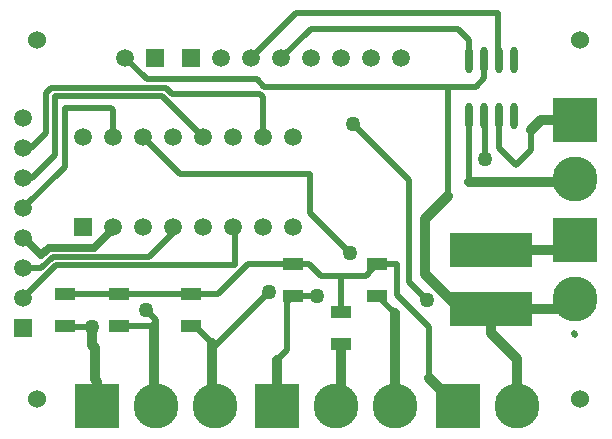
<source format=gtl>
%FSLAX23Y23*%
%MOIN*%
G70*
G01*
G75*
G04 Layer_Physical_Order=1*
G04 Layer_Color=255*
%ADD10O,0.024X0.087*%
%ADD11R,0.067X0.043*%
%ADD12R,0.276X0.118*%
%ADD13C,0.033*%
%ADD14C,0.020*%
%ADD15C,0.025*%
%ADD16R,0.150X0.150*%
%ADD17C,0.150*%
%ADD18R,0.150X0.150*%
%ADD19R,0.059X0.059*%
%ADD20C,0.059*%
%ADD21R,0.059X0.059*%
%ADD22C,0.059*%
%ADD23C,0.060*%
%ADD24R,0.059X0.059*%
%ADD25C,0.050*%
D10*
X3795Y2354D02*
D03*
X3745D02*
D03*
X3695D02*
D03*
X3645D02*
D03*
X3795Y2166D02*
D03*
X3745D02*
D03*
X3695D02*
D03*
X3645D02*
D03*
D11*
X2300Y1573D02*
D03*
Y1467D02*
D03*
X2480Y1573D02*
D03*
Y1467D02*
D03*
X2720Y1573D02*
D03*
Y1467D02*
D03*
X3220Y1513D02*
D03*
Y1407D02*
D03*
X3060Y1673D02*
D03*
Y1567D02*
D03*
X3340Y1673D02*
D03*
Y1567D02*
D03*
D12*
X3720Y1523D02*
D03*
Y1720D02*
D03*
D13*
X2397Y1289D02*
X2405Y1281D01*
Y1200D02*
Y1281D01*
X2387Y1402D02*
X2397Y1392D01*
Y1289D02*
Y1392D01*
X2387Y1402D02*
Y1463D01*
X2595Y1207D02*
Y1467D01*
Y1207D02*
X2602Y1200D01*
X2789Y1209D02*
Y1409D01*
Y1209D02*
X2798Y1200D01*
X3851Y2121D02*
X3885Y2155D01*
X4000D01*
X3645Y1948D02*
X3990D01*
X3220Y1222D02*
Y1407D01*
X3512Y1293D02*
X3605Y1200D01*
X3398D02*
Y1509D01*
X3005Y1200D02*
Y1352D01*
X3499Y1825D02*
X3574Y1900D01*
X3499Y1640D02*
Y1825D01*
Y1640D02*
X3616Y1523D01*
X3720D01*
Y1443D02*
Y1523D01*
Y1443D02*
X3805Y1358D01*
Y1200D02*
Y1358D01*
X3720Y1523D02*
X3966D01*
X4000Y1557D01*
X3720Y1720D02*
X3966D01*
X4000Y1754D01*
D14*
X2731Y1467D02*
X2789Y1409D01*
X2577Y1698D02*
X2668Y1788D01*
X3200Y1202D02*
X3220Y1222D01*
X3574Y1900D02*
Y2265D01*
X3667D01*
X2962D02*
X3574D01*
X3695Y2166D02*
X3699Y2162D01*
Y2023D02*
Y2162D01*
X3745Y2060D02*
Y2166D01*
Y2060D02*
X3801Y2004D01*
X3851Y2054D01*
Y2121D01*
X3990Y1948D02*
X4000Y1958D01*
X3645Y1948D02*
Y2166D01*
X2500Y2360D02*
X2571Y2289D01*
X2939D01*
X2962Y2265D01*
X3667D02*
X3695Y2293D01*
Y2354D01*
X2920Y2360D02*
X3070Y2510D01*
X3742D01*
Y2357D02*
Y2510D01*
Y2357D02*
X3745Y2354D01*
X3020Y2360D02*
X3117Y2457D01*
X3609D01*
X3645Y2421D01*
Y2354D02*
Y2421D01*
X3220Y1513D02*
Y1635D01*
X3302D01*
X3151D02*
X3220D01*
X3116Y1844D02*
X3249Y1711D01*
X2559Y2097D02*
X2682Y1974D01*
X3116D01*
Y1844D02*
Y1974D01*
X3302Y1635D02*
X3340Y1673D01*
X3113D02*
X3151Y1635D01*
X3060Y1673D02*
X3113D01*
X3060Y1567D02*
X3138D01*
X2910Y1673D02*
X3060D01*
X2810Y1573D02*
X2910Y1673D01*
X3405Y1569D02*
Y1673D01*
X3512Y1293D02*
Y1462D01*
X3405Y1569D02*
X3512Y1462D01*
X3340Y1673D02*
X3405D01*
X3340Y1567D02*
X3398Y1509D01*
X3200Y1202D02*
X3202Y1200D01*
X3060Y1567D02*
X3070Y1557D01*
X2720Y1573D02*
X2810D01*
X3040Y1547D02*
X3060Y1567D01*
X3040Y1387D02*
Y1547D01*
X2859Y1797D02*
X2864Y1792D01*
X2160Y1660D02*
X2218D01*
X2659Y1797D02*
X2668Y1788D01*
X2959Y2097D02*
Y2229D01*
X2948Y2240D02*
X2959Y2229D01*
X2623Y2233D02*
X2759Y2097D01*
X2635Y2261D02*
X2655Y2240D01*
X2948D01*
X2160Y2060D02*
X2186D01*
X2264Y2233D02*
X2623D01*
X2186Y2060D02*
X2236Y2111D01*
Y2245D01*
X2252Y2261D01*
X2635D01*
X2298Y1998D02*
Y2195D01*
X2452D01*
X2459Y2188D01*
Y2097D02*
Y2188D01*
X2187Y1960D02*
X2264Y2037D01*
Y2233D01*
X2160Y1860D02*
X2298Y1998D01*
X2160Y1960D02*
X2187D01*
X2160Y1560D02*
X2270Y1670D01*
X2864D01*
Y1792D01*
X2218Y1660D02*
X2219Y1659D01*
X2258Y1698D01*
X2577D01*
X2568Y1520D02*
X2602Y1486D01*
X2798Y1400D02*
X2977Y1579D01*
X2304Y1463D02*
X2387D01*
X2300Y1467D02*
X2304Y1463D01*
X2720Y1467D02*
X2731D01*
X2480D02*
X2595D01*
X2602Y1460D02*
Y1486D01*
X2300Y1573D02*
X2480D01*
X2720D01*
X2859Y2097D02*
X2874D01*
X3005Y1352D02*
X3040Y1387D01*
X3980Y1774D02*
X4000Y1754D01*
X3995Y1443D02*
X4000Y1438D01*
X3446Y1614D02*
X3506Y1554D01*
X3446Y1614D02*
Y1954D01*
X3260Y2140D02*
X3446Y1954D01*
D15*
X2394Y1728D02*
X2461Y1795D01*
X2160Y1760D02*
X2161D01*
X2459Y1797D02*
X2461Y1795D01*
X2161Y1760D02*
X2219Y1702D01*
X2246Y1728D01*
X2394D01*
D16*
X4000Y1754D02*
D03*
Y2155D02*
D03*
D17*
Y1557D02*
D03*
Y1958D02*
D03*
X3399Y1200D02*
D03*
X3203D02*
D03*
X2798D02*
D03*
X2602D02*
D03*
X3805D02*
D03*
D18*
X3006D02*
D03*
X2405D02*
D03*
X3608D02*
D03*
D19*
X2720Y2360D02*
D03*
X2600D02*
D03*
D20*
X2820D02*
D03*
X2920D02*
D03*
X3020D02*
D03*
X3120D02*
D03*
X3220D02*
D03*
X3320D02*
D03*
X3420D02*
D03*
X2160Y1560D02*
D03*
Y1660D02*
D03*
Y1760D02*
D03*
Y1860D02*
D03*
Y1960D02*
D03*
Y2060D02*
D03*
Y2160D02*
D03*
X2500Y2360D02*
D03*
D21*
X2359Y1797D02*
D03*
D22*
X2459D02*
D03*
X2559D02*
D03*
X2659D02*
D03*
X2759D02*
D03*
X2859D02*
D03*
X2959D02*
D03*
X3059D02*
D03*
X2359Y2097D02*
D03*
X2459D02*
D03*
X2559D02*
D03*
X2659D02*
D03*
X2759D02*
D03*
X2859D02*
D03*
X2959D02*
D03*
X3059D02*
D03*
D23*
X2205Y1225D02*
D03*
Y2420D02*
D03*
X4015D02*
D03*
Y1225D02*
D03*
D24*
X2160Y1460D02*
D03*
D25*
X3699Y2023D02*
D03*
X3249Y1711D02*
D03*
X3138Y1567D02*
D03*
X2977Y1579D02*
D03*
X3506Y1554D02*
D03*
X3260Y2140D02*
D03*
X2387Y1463D02*
D03*
X2568Y1520D02*
D03*
M02*

</source>
